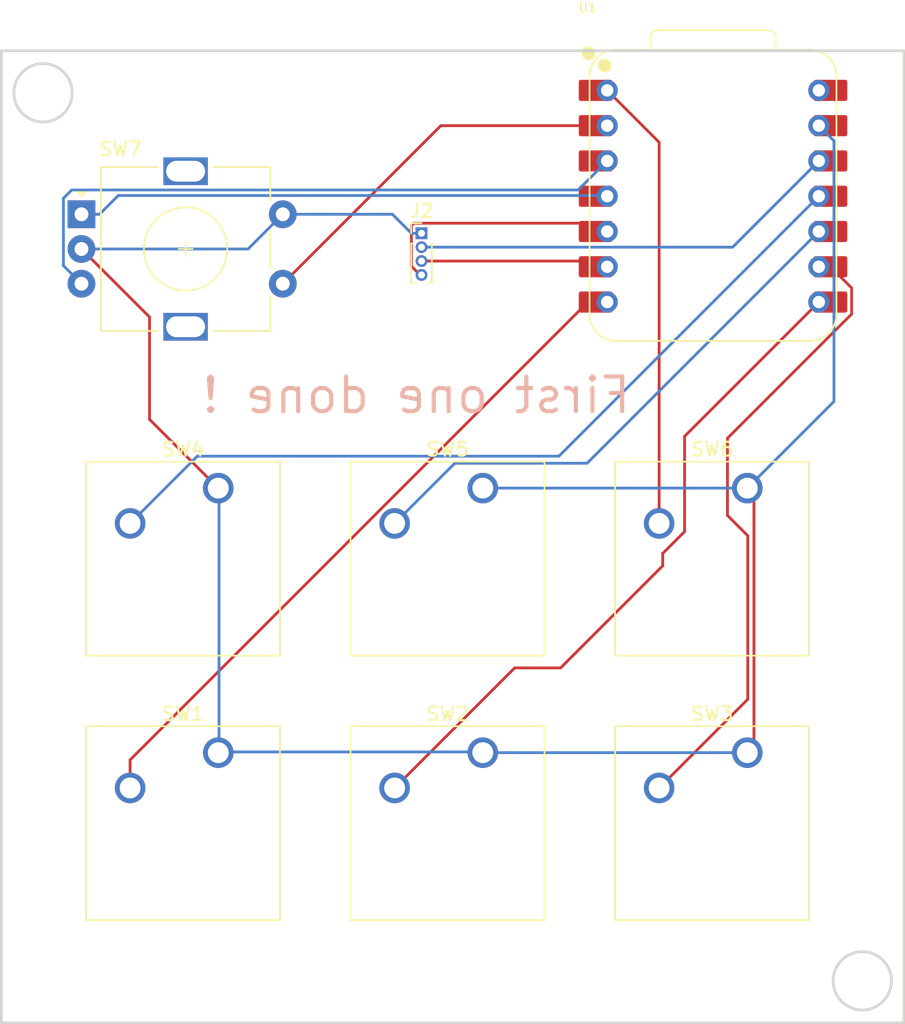
<source format=kicad_pcb>
(kicad_pcb (version 20241229) (generator "pcbnew") (generator_version "9.0")
  (layers (0 "F.Cu" signal) (2 "B.Cu" signal) (13 "F.Paste" user) (15 "B.Paste" user) (5 "F.SilkS" user "F.Silkscreen") (7 "B.SilkS" user "B.Silkscreen") (1 "F.Mask" user) (3 "B.Mask" user) (25 "Edge.Cuts" user))
  (net 0 "")
  (net 1 "VCC")
  (net 2 "GND")
  (net 3 "SCL")
  (net 4 "SDA")
  (net 5 "SW1")
  (net 6 "SW2")
  (net 7 "SW3")
  (net 8 "SW4")
  (net 9 "SW5")
  (net 10 "SW6")
  (net 11 "SWB")
  (net 12 "SWA")
  (net 13 "S1")
  (footprint "Button_Switch_Keyboard:SW_Cherry_MX_1.00u_PCB" (layer "F.Cu") (at 149.6695 109.22)
    (property "Reference" "SW5" (at -2.54 -2.794 0) (layer "F.SilkS"))
    (property "Value" "SW_Push")
    (fp_line (start -9.525 -1.905) (end 4.445 -1.905) (stroke (width 0.12)) (layer "F.SilkS"))
    (fp_line (start -9.525 12.065) (end -9.525 -1.905) (stroke (width 0.12)) (layer "F.SilkS"))
    (fp_line (start 4.445 -1.905) (end 4.445 12.065) (stroke (width 0.12)) (layer "F.SilkS"))
    (fp_line (start 4.445 12.065) (end -9.525 12.065) (stroke (width 0.12)) (layer "F.SilkS"))
    (pad "" np_thru_hole circle (at -7.62 5.08) (size 1.7 1.7) (drill 1.7) (layers "*.Cu" "*.Mask"))
    (pad "" np_thru_hole circle (at -2.54 5.08) (size 4 4) (drill 4) (layers "*.Cu" "*.Mask"))
    (pad "" np_thru_hole circle (at 2.54 5.08) (size 1.7 1.7) (drill 1.7) (layers "*.Cu" "*.Mask"))
    (pad "1" thru_hole circle (at 0 0) (size 2.2 2.2) (drill 1.5) (layers "*.Cu" "*.Mask") (net 2 "GND"))
    (pad "2" thru_hole circle (at -6.35 2.54) (size 2.2 2.2) (drill 1.5) (layers "*.Cu" "*.Mask") (net 9 "SW5"))
  )
  (footprint "Button_Switch_Keyboard:SW_Cherry_MX_1.00u_PCB" (layer "F.Cu") (at 168.7195 128.27)
    (property "Reference" "SW3" (at -2.54 -2.794 0) (layer "F.SilkS"))
    (property "Value" "SW_Push")
    (fp_line (start -9.525 -1.905) (end 4.445 -1.905) (stroke (width 0.12)) (layer "F.SilkS"))
    (fp_line (start -9.525 12.065) (end -9.525 -1.905) (stroke (width 0.12)) (layer "F.SilkS"))
    (fp_line (start 4.445 -1.905) (end 4.445 12.065) (stroke (width 0.12)) (layer "F.SilkS"))
    (fp_line (start 4.445 12.065) (end -9.525 12.065) (stroke (width 0.12)) (layer "F.SilkS"))
    (pad "" np_thru_hole circle (at -7.62 5.08) (size 1.7 1.7) (drill 1.7) (layers "*.Cu" "*.Mask"))
    (pad "" np_thru_hole circle (at -2.54 5.08) (size 4 4) (drill 4) (layers "*.Cu" "*.Mask"))
    (pad "" np_thru_hole circle (at 2.54 5.08) (size 1.7 1.7) (drill 1.7) (layers "*.Cu" "*.Mask"))
    (pad "1" thru_hole circle (at 0 0) (size 2.2 2.2) (drill 1.5) (layers "*.Cu" "*.Mask") (net 2 "GND"))
    (pad "2" thru_hole circle (at -6.35 2.54) (size 2.2 2.2) (drill 1.5) (layers "*.Cu" "*.Mask") (net 7 "SW3"))
  )
  (footprint "Connector_PinHeader_1.00mm:PinHeader_1x04_P1.00mm_Vertical" (layer "F.Cu") (at 145.2563 90.8687)
    (property "Reference" "J2" (at 0 -1.61 0) (layer "F.SilkS"))
    (property "Value" "Conn_01x04_Pin")
    (fp_line (start -0.745 -0.735) (end 0 -0.735) (stroke (width 0.12)) (layer "F.SilkS"))
    (fp_line (start -0.745 0) (end -0.745 -0.735) (stroke (width 0.12)) (layer "F.SilkS"))
    (fp_line (start -0.745 0.735) (end -0.745 3.61) (stroke (width 0.12)) (layer "F.SilkS"))
    (fp_line (start -0.745 0.735) (end -0.685565 0.735) (stroke (width 0.12)) (layer "F.SilkS"))
    (fp_line (start -0.745 3.61) (end -0.41003 3.61) (stroke (width 0.12)) (layer "F.SilkS"))
    (fp_line (start 0.41003 3.61) (end 0.745 3.61) (stroke (width 0.12)) (layer "F.SilkS"))
    (fp_line (start 0.685565 0.735) (end 0.745 0.735) (stroke (width 0.12)) (layer "F.SilkS"))
    (fp_line (start 0.745 0.735) (end 0.745 3.61) (stroke (width 0.12)) (layer "F.SilkS"))
    (pad "1" thru_hole rect (at 0 0) (size 0.85 0.85) (drill 0.5) (layers "*.Cu" "*.Mask") (net 2 "GND"))
    (pad "2" thru_hole circle (at 0 1) (size 0.85 0.85) (drill 0.5) (layers "*.Cu" "*.Mask") (net 1 "VCC"))
    (pad "3" thru_hole circle (at 0 2) (size 0.85 0.85) (drill 0.5) (layers "*.Cu" "*.Mask") (net 3 "SCL"))
    (pad "4" thru_hole circle (at 0 3) (size 0.85 0.85) (drill 0.5) (layers "*.Cu" "*.Mask") (net 4 "SDA"))
  )
  (footprint "Button_Switch_Keyboard:SW_Cherry_MX_1.00u_PCB" (layer "F.Cu") (at 130.6195 128.27)
    (property "Reference" "SW1" (at -2.54 -2.794 0) (layer "F.SilkS"))
    (property "Value" "SW_Push")
    (fp_line (start -9.525 -1.905) (end 4.445 -1.905) (stroke (width 0.12)) (layer "F.SilkS"))
    (fp_line (start -9.525 12.065) (end -9.525 -1.905) (stroke (width 0.12)) (layer "F.SilkS"))
    (fp_line (start 4.445 -1.905) (end 4.445 12.065) (stroke (width 0.12)) (layer "F.SilkS"))
    (fp_line (start 4.445 12.065) (end -9.525 12.065) (stroke (width 0.12)) (layer "F.SilkS"))
    (pad "" np_thru_hole circle (at -7.62 5.08) (size 1.7 1.7) (drill 1.7) (layers "*.Cu" "*.Mask"))
    (pad "" np_thru_hole circle (at -2.54 5.08) (size 4 4) (drill 4) (layers "*.Cu" "*.Mask"))
    (pad "" np_thru_hole circle (at 2.54 5.08) (size 1.7 1.7) (drill 1.7) (layers "*.Cu" "*.Mask"))
    (pad "1" thru_hole circle (at 0 0) (size 2.2 2.2) (drill 1.5) (layers "*.Cu" "*.Mask") (net 2 "GND"))
    (pad "2" thru_hole circle (at -6.35 2.54) (size 2.2 2.2) (drill 1.5) (layers "*.Cu" "*.Mask") (net 5 "SW1"))
  )
  (footprint "Button_Switch_Keyboard:SW_Cherry_MX_1.00u_PCB" (layer "F.Cu") (at 168.7195 109.22)
    (property "Reference" "SW6" (at -2.54 -2.794 0) (layer "F.SilkS"))
    (property "Value" "SW_Push")
    (fp_line (start -9.525 -1.905) (end 4.445 -1.905) (stroke (width 0.12)) (layer "F.SilkS"))
    (fp_line (start -9.525 12.065) (end -9.525 -1.905) (stroke (width 0.12)) (layer "F.SilkS"))
    (fp_line (start 4.445 -1.905) (end 4.445 12.065) (stroke (width 0.12)) (layer "F.SilkS"))
    (fp_line (start 4.445 12.065) (end -9.525 12.065) (stroke (width 0.12)) (layer "F.SilkS"))
    (pad "" np_thru_hole circle (at -7.62 5.08) (size 1.7 1.7) (drill 1.7) (layers "*.Cu" "*.Mask"))
    (pad "" np_thru_hole circle (at -2.54 5.08) (size 4 4) (drill 4) (layers "*.Cu" "*.Mask"))
    (pad "" np_thru_hole circle (at 2.54 5.08) (size 1.7 1.7) (drill 1.7) (layers "*.Cu" "*.Mask"))
    (pad "1" thru_hole circle (at 0 0) (size 2.2 2.2) (drill 1.5) (layers "*.Cu" "*.Mask") (net 2 "GND"))
    (pad "2" thru_hole circle (at -6.35 2.54) (size 2.2 2.2) (drill 1.5) (layers "*.Cu" "*.Mask") (net 10 "SW6"))
  )
  (footprint "OPL:XIAO-RP2040-DIP" (layer "F.Cu") (at 166.25 88.2)
    (property "Reference" "U1" (at -9.04 -13.58 0) (layer "F.SilkS") (effects (font (size 0.635 0.635) (thickness 0.1016))))
    (property "Value" "XIAO-RP2040-DIP")
    (fp_line (start -8.89 8.509) (end -8.89 -8.636) (stroke (width 0.127)) (layer "F.SilkS"))
    (fp_line (start -6.985 10.414) (end 6.985 10.414) (stroke (width 0.127)) (layer "F.SilkS"))
    (fp_line (start -4.495 -10.541) (end -4.491272 -11.451272) (stroke (width 0.127)) (layer "F.SilkS"))
    (fp_line (start -3.991272 -11.951) (end 4.004 -11.951) (stroke (width 0.127)) (layer "F.SilkS"))
    (fp_line (start 4.504 -11.451) (end 4.504 -10.541) (stroke (width 0.127)) (layer "F.SilkS"))
    (fp_line (start 6.985 -10.541) (end -6.985 -10.541) (stroke (width 0.1)) (layer "F.SilkS"))
    (fp_line (start 6.985 -10.541) (end -6.985 -10.541) (stroke (width 0.127)) (layer "F.SilkS"))
    (fp_line (start 8.89 8.509) (end 8.89 -8.636) (stroke (width 0.127)) (layer "F.SilkS"))
    (fp_arc (start -8.89 -8.636) (mid -8.332038 -9.983038) (end -6.985 -10.541) (stroke (width 0.127)) (layer "F.SilkS"))
    (fp_arc (start -6.985 10.414) (mid -8.332038 9.856038) (end -8.89 8.509) (stroke (width 0.127)) (layer "F.SilkS"))
    (fp_arc (start -4.491272 -11.451272) (mid -4.344728 -11.80464) (end -3.991272 -11.951) (stroke (width 0.127)) (layer "F.SilkS"))
    (fp_arc (start 4.004 -11.951) (mid 4.357553 -11.804553) (end 4.504 -11.451) (stroke (width 0.127)) (layer "F.SilkS"))
    (fp_arc (start 6.985 -10.541) (mid 8.332038 -9.983038) (end 8.89 -8.636) (stroke (width 0.127)) (layer "F.SilkS"))
    (fp_arc (start 8.89 8.509) (mid 8.332038 9.856038) (end 6.985 10.414) (stroke (width 0.127)) (layer "F.SilkS"))
    (fp_circle (center -8.95 -10.3) (end -8.95 -10.554) (stroke (width 0.5)) (fill yes) (layer "F.SilkS"))
    (fp_circle (center -7.807 -9.42) (end -7.807 -9.674) (stroke (width 0.5)) (fill yes) (layer "F.SilkS"))
    (pad "1" smd roundrect (at -8.455 -7.62 180) (size 2.432 1.524) (layers "F.Cu" "F.Mask") (roundrect_rratio 0.1) (net 10 "SW6"))
    (pad "1" thru_hole circle (at -7.62 -7.62 180) (size 1.524 1.524) (drill 0.889) (layers "*.Cu" "*.Mask") (net 10 "SW6"))
    (pad "2" smd roundrect (at -8.455 -5.08 180) (size 2.432 1.524) (layers "F.Cu" "F.Mask") (roundrect_rratio 0.1) (net 13 "S1"))
    (pad "2" thru_hole circle (at -7.62 -5.08 180) (size 1.524 1.524) (drill 0.889) (layers "*.Cu" "*.Mask") (net 13 "S1"))
    (pad "3" smd roundrect (at -8.455 -2.54 180) (size 2.432 1.524) (layers "F.Cu" "F.Mask") (roundrect_rratio 0.1) (net 11 "SWB"))
    (pad "3" thru_hole circle (at -7.62 -2.54 180) (size 1.524 1.524) (drill 0.889) (layers "*.Cu" "*.Mask") (net 11 "SWB"))
    (pad "4" smd roundrect (at -8.455 0 180) (size 2.432 1.524) (layers "F.Cu" "F.Mask") (roundrect_rratio 0.1) (net 12 "SWA"))
    (pad "4" thru_hole circle (at -7.62 0 180) (size 1.524 1.524) (drill 0.889) (layers "*.Cu" "*.Mask") (net 12 "SWA"))
    (pad "5" smd roundrect (at -8.455 2.54 180) (size 2.432 1.524) (layers "F.Cu" "F.Mask") (roundrect_rratio 0.1) (net 4 "SDA"))
    (pad "5" thru_hole circle (at -7.62 2.54 180) (size 1.524 1.524) (drill 0.889) (layers "*.Cu" "*.Mask") (net 4 "SDA"))
    (pad "6" smd roundrect (at -8.455 5.08 180) (size 2.432 1.524) (layers "F.Cu" "F.Mask") (roundrect_rratio 0.1) (net 3 "SCL"))
    (pad "6" thru_hole circle (at -7.62 5.08 180) (size 1.524 1.524) (drill 0.889) (layers "*.Cu" "*.Mask") (net 3 "SCL"))
    (pad "7" smd roundrect (at -8.455 7.62 180) (size 2.432 1.524) (layers "F.Cu" "F.Mask") (roundrect_rratio 0.1) (net 5 "SW1"))
    (pad "7" thru_hole circle (at -7.62 7.62 180) (size 1.524 1.524) (drill 0.889) (layers "*.Cu" "*.Mask") (net 5 "SW1"))
    (pad "8" thru_hole circle (at 7.62 7.62) (size 1.524 1.524) (drill 0.889) (layers "*.Cu" "*.Mask") (net 6 "SW2"))
    (pad "8" smd roundrect (at 8.455 7.62) (size 2.432 1.524) (layers "F.Cu" "F.Mask") (roundrect_rratio 0.1) (net 6 "SW2"))
    (pad "9" thru_hole circle (at 7.62 5.08) (size 1.524 1.524) (drill 0.889) (layers "*.Cu" "*.Mask") (net 7 "SW3"))
    (pad "9" smd roundrect (at 8.455 5.08) (size 2.432 1.524) (layers "F.Cu" "F.Mask") (roundrect_rratio 0.1) (net 7 "SW3"))
    (pad "10" thru_hole circle (at 7.62 2.54) (size 1.524 1.524) (drill 0.889) (layers "*.Cu" "*.Mask") (net 9 "SW5"))
    (pad "10" smd roundrect (at 8.455 2.54) (size 2.432 1.524) (layers "F.Cu" "F.Mask") (roundrect_rratio 0.1) (net 9 "SW5"))
    (pad "11" thru_hole circle (at 7.62 0) (size 1.524 1.524) (drill 0.889) (layers "*.Cu" "*.Mask") (net 8 "SW4"))
    (pad "11" smd roundrect (at 8.455 0) (size 2.432 1.524) (layers "F.Cu" "F.Mask") (roundrect_rratio 0.1) (net 8 "SW4"))
    (pad "12" thru_hole circle (at 7.62 -2.54) (size 1.524 1.524) (drill 0.889) (layers "*.Cu" "*.Mask") (net 1 "VCC"))
    (pad "12" smd roundrect (at 8.455 -2.54) (size 2.432 1.524) (layers "F.Cu" "F.Mask") (roundrect_rratio 0.1) (net 1 "VCC"))
    (pad "13" thru_hole circle (at 7.62 -5.08) (size 1.524 1.524) (drill 0.889) (layers "*.Cu" "*.Mask") (net 2 "GND"))
    (pad "13" smd roundrect (at 8.455 -5.08) (size 2.432 1.524) (layers "F.Cu" "F.Mask") (roundrect_rratio 0.1) (net 2 "GND"))
    (pad "14" thru_hole circle (at 7.62 -7.62) (size 1.524 1.524) (drill 0.889) (layers "*.Cu" "*.Mask"))
    (pad "14" smd roundrect (at 8.455 -7.62) (size 2.432 1.524) (layers "F.Cu" "F.Mask") (roundrect_rratio 0.1))
  )
  (footprint "Button_Switch_Keyboard:SW_Cherry_MX_1.00u_PCB" (layer "F.Cu") (at 149.6695 128.27)
    (property "Reference" "SW2" (at -2.54 -2.794 0) (layer "F.SilkS"))
    (property "Value" "SW_Push")
    (fp_line (start -9.525 -1.905) (end 4.445 -1.905) (stroke (width 0.12)) (layer "F.SilkS"))
    (fp_line (start -9.525 12.065) (end -9.525 -1.905) (stroke (width 0.12)) (layer "F.SilkS"))
    (fp_line (start 4.445 -1.905) (end 4.445 12.065) (stroke (width 0.12)) (layer "F.SilkS"))
    (fp_line (start 4.445 12.065) (end -9.525 12.065) (stroke (width 0.12)) (layer "F.SilkS"))
    (pad "" np_thru_hole circle (at -7.62 5.08) (size 1.7 1.7) (drill 1.7) (layers "*.Cu" "*.Mask"))
    (pad "" np_thru_hole circle (at -2.54 5.08) (size 4 4) (drill 4) (layers "*.Cu" "*.Mask"))
    (pad "" np_thru_hole circle (at 2.54 5.08) (size 1.7 1.7) (drill 1.7) (layers "*.Cu" "*.Mask"))
    (pad "1" thru_hole circle (at 0 0) (size 2.2 2.2) (drill 1.5) (layers "*.Cu" "*.Mask") (net 2 "GND"))
    (pad "2" thru_hole circle (at -6.35 2.54) (size 2.2 2.2) (drill 1.5) (layers "*.Cu" "*.Mask") (net 6 "SW2"))
  )
  (footprint "Button_Switch_Keyboard:SW_Cherry_MX_1.00u_PCB" (layer "F.Cu") (at 130.6195 109.22)
    (property "Reference" "SW4" (at -2.54 -2.794 0) (layer "F.SilkS"))
    (property "Value" "SW_Push")
    (fp_line (start -9.525 -1.905) (end 4.445 -1.905) (stroke (width 0.12)) (layer "F.SilkS"))
    (fp_line (start -9.525 12.065) (end -9.525 -1.905) (stroke (width 0.12)) (layer "F.SilkS"))
    (fp_line (start 4.445 -1.905) (end 4.445 12.065) (stroke (width 0.12)) (layer "F.SilkS"))
    (fp_line (start 4.445 12.065) (end -9.525 12.065) (stroke (width 0.12)) (layer "F.SilkS"))
    (pad "" np_thru_hole circle (at -7.62 5.08) (size 1.7 1.7) (drill 1.7) (layers "*.Cu" "*.Mask"))
    (pad "" np_thru_hole circle (at -2.54 5.08) (size 4 4) (drill 4) (layers "*.Cu" "*.Mask"))
    (pad "" np_thru_hole circle (at 2.54 5.08) (size 1.7 1.7) (drill 1.7) (layers "*.Cu" "*.Mask"))
    (pad "1" thru_hole circle (at 0 0) (size 2.2 2.2) (drill 1.5) (layers "*.Cu" "*.Mask") (net 2 "GND"))
    (pad "2" thru_hole circle (at -6.35 2.54) (size 2.2 2.2) (drill 1.5) (layers "*.Cu" "*.Mask") (net 8 "SW4"))
  )
  (footprint "ENCODER:RotaryEncoder_Alps_EC11E-Switch_Vertical_H20mm" (layer "F.Cu") (at 120.766 89.5)
    (property "Reference" "SW7" (at 2.8 -4.7 0) (layer "F.SilkS"))
    (property "Value" "RotaryEncoder_Switch")
    (fp_line (start -0.3 -1.6) (end 0.3 -1.6) (stroke (width 0.12)) (layer "F.SilkS"))
    (fp_line (start 0 -1.3) (end -0.3 -1.6) (stroke (width 0.12)) (layer "F.SilkS"))
    (fp_line (start 0.3 -1.6) (end 0 -1.3) (stroke (width 0.12)) (layer "F.SilkS"))
    (fp_line (start 1.4 -3.4) (end 1.4 8.4) (stroke (width 0.12)) (layer "F.SilkS"))
    (fp_line (start 5.5 -3.4) (end 1.4 -3.4) (stroke (width 0.12)) (layer "F.SilkS"))
    (fp_line (start 5.5 8.4) (end 1.4 8.4) (stroke (width 0.12)) (layer "F.SilkS"))
    (fp_line (start 7 2.5) (end 8 2.5) (stroke (width 0.12)) (layer "F.SilkS"))
    (fp_line (start 7.5 2) (end 7.5 3) (stroke (width 0.12)) (layer "F.SilkS"))
    (fp_line (start 9.5 -3.4) (end 13.6 -3.4) (stroke (width 0.12)) (layer "F.SilkS"))
    (fp_line (start 13.6 -3.4) (end 13.6 -1) (stroke (width 0.12)) (layer "F.SilkS"))
    (fp_line (start 13.6 1.2) (end 13.6 3.8) (stroke (width 0.12)) (layer "F.SilkS"))
    (fp_line (start 13.6 6) (end 13.6 8.4) (stroke (width 0.12)) (layer "F.SilkS"))
    (fp_line (start 13.6 8.4) (end 9.5 8.4) (stroke (width 0.12)) (layer "F.SilkS"))
    (fp_circle (center 7.5 2.5) (end 10.5 2.5) (stroke (width 0.12)) (fill no) (layer "F.SilkS"))
    (pad "A" thru_hole rect (at 0 0) (size 2 2) (drill 1) (layers "*.Cu" "*.Mask") (net 12 "SWA"))
    (pad "B" thru_hole circle (at 0 5) (size 2 2) (drill 1) (layers "*.Cu" "*.Mask") (net 11 "SWB"))
    (pad "C" thru_hole circle (at 0 2.5) (size 2 2) (drill 1) (layers "*.Cu" "*.Mask") (net 2 "GND"))
    (pad "MP" thru_hole rect (at 7.5 -3.1) (size 3.2 2) (drill oval 2.8 1.5) (layers "*.Cu" "*.Mask"))
    (pad "MP" thru_hole rect (at 7.5 8.1) (size 3.2 2) (drill oval 2.8 1.5) (layers "*.Cu" "*.Mask"))
    (pad "S1" thru_hole circle (at 14.5 5) (size 2 2) (drill 1) (layers "*.Cu" "*.Mask") (net 13 "S1"))
    (pad "S2" thru_hole circle (at 14.5 0) (size 2 2) (drill 1) (layers "*.Cu" "*.Mask") (net 2 "GND"))
  )
  (gr_circle (center 118 80.75) (end 120.1 80.75) (stroke (width 0.2)) (fill no) (layer "Edge.Cuts"))
  (gr_circle (center 177 144.7) (end 179.1 144.7) (stroke (width 0.2)) (fill no) (layer "Edge.Cuts"))
  (gr_rect (start 115 77.724) (end 180 147.724) (stroke (width 0.2)) (fill no) (layer "Edge.Cuts"))
  (gr_text "First one done !" (at 160.5 104 0) (layer "B.SilkS") (effects (font (size 2.5 2.5) (thickness 0.3) (bold yes)) (justify left bottom mirror)))
  (segment (start 174.705 85.66) (end 173.87 85.66) (width 0.2) (layer "F.Cu") (net 1))
  (segment (start 173.87 85.66) (end 167.6613 91.8687) (width 0.2) (layer "B.Cu") (net 1))
  (segment (start 167.6613 91.8687) (end 145.2563 91.8687) (width 0.2) (layer "B.Cu") (net 1))
  (segment (start 169.1975 127.792) (end 169.1975 109.698) (width 0.2) (layer "F.Cu") (net 2))
  (segment (start 120.766 92) (end 125.6697 96.9037) (width 0.2) (layer "F.Cu") (net 2))
  (segment (start 168.7195 128.27) (end 169.1975 127.792) (width 0.2) (layer "F.Cu") (net 2))
  (segment (start 125.6697 104.2702) (end 130.6195 109.22) (width 0.2) (layer "F.Cu") (net 2))
  (segment (start 173.87 83.12) (end 174.705 83.12) (width 0.2) (layer "F.Cu") (net 2))
  (segment (start 125.6697 96.9037) (end 125.6697 104.2702) (width 0.2) (layer "F.Cu") (net 2))
  (segment (start 169.1975 109.698) (end 168.7195 109.22) (width 0.2) (layer "F.Cu") (net 2))
  (segment (start 149.6695 128.27) (end 168.7195 128.27) (width 0.2) (layer "B.Cu") (net 2))
  (segment (start 149.6147 128.2152) (end 149.6695 128.27) (width 0.2) (layer "B.Cu") (net 2))
  (segment (start 130.6195 109.22) (end 130.6743 109.2748) (width 0.2) (layer "B.Cu") (net 2))
  (segment (start 168.7195 109.22) (end 149.6695 109.22) (width 0.2) (layer "B.Cu") (net 2))
  (segment (start 120.766 92) (end 132.766 92) (width 0.2) (layer "B.Cu") (net 2))
  (segment (start 132.766 92) (end 135.266 89.5) (width 0.2) (layer "B.Cu") (net 2))
  (segment (start 135.266 89.5) (end 143.1625 89.5) (width 0.2) (layer "B.Cu") (net 2))
  (segment (start 174.9603 102.9792) (end 168.7195 109.22) (width 0.2) (layer "B.Cu") (net 2))
  (segment (start 174.9603 84.2103) (end 174.9603 102.9792) (width 0.2) (layer "B.Cu") (net 2))
  (segment (start 130.6743 109.2748) (end 130.6743 128.2152) (width 0.2) (layer "B.Cu") (net 2))
  (segment (start 143.1625 89.5) (end 144.5312 90.8687) (width 0.2) (layer "B.Cu") (net 2))
  (segment (start 145.2563 90.8687) (end 144.5312 90.8687) (width 0.2) (layer "B.Cu") (net 2))
  (segment (start 173.87 83.12) (end 174.9603 84.2103) (width 0.2) (layer "B.Cu") (net 2))
  (segment (start 130.6743 128.2152) (end 149.6147 128.2152) (width 0.2) (layer "B.Cu") (net 2))
  (segment (start 130.6743 128.2152) (end 130.6195 128.27) (width 0.2) (layer "B.Cu") (net 2))
  (segment (start 157.3837 92.8687) (end 145.2563 92.8687) (width 0.2) (layer "F.Cu") (net 3))
  (segment (start 158.63 93.28) (end 157.795 93.28) (width 0.2) (layer "F.Cu") (net 3))
  (segment (start 157.795 93.28) (end 157.3837 92.8687) (width 0.2) (layer "F.Cu") (net 3))
  (segment (start 144.5266 93.2413) (end 145.154 93.8687) (width 0.2) (layer "F.Cu") (net 4))
  (segment (start 144.5266 90.3121) (end 144.5266 93.2413) (width 0.2) (layer "F.Cu") (net 4))
  (segment (start 157.795 90.74) (end 157.1985 90.1435) (width 0.2) (layer "F.Cu") (net 4))
  (segment (start 144.6952 90.1435) (end 144.5266 90.3121) (width 0.2) (layer "F.Cu") (net 4))
  (segment (start 145.154 93.8687) (end 145.2563 93.8687) (width 0.2) (layer "F.Cu") (net 4))
  (segment (start 157.1985 90.1435) (end 144.6952 90.1435) (width 0.2) (layer "F.Cu") (net 4))
  (segment (start 158.63 90.74) (end 157.795 90.74) (width 0.2) (layer "F.Cu") (net 4))
  (segment (start 124.2695 128.788) (end 124.2695 130.81) (width 0.2) (layer "F.Cu") (net 5))
  (segment (start 157.2375 95.82) (end 124.2695 128.788) (width 0.2) (layer "F.Cu") (net 5))
  (segment (start 157.795 95.82) (end 157.2375 95.82) (width 0.2) (layer "F.Cu") (net 5))
  (segment (start 158.63 95.82) (end 157.795 95.82) (width 0.2) (layer "F.Cu") (net 5))
  (segment (start 162.6264 113.9277) (end 162.6264 114.8121) (width 0.2) (layer "F.Cu") (net 6))
  (segment (start 173.87 95.82) (end 164.2026 105.4874) (width 0.2) (layer "F.Cu") (net 6))
  (segment (start 162.6264 114.8121) (end 155.2729 122.1656) (width 0.2) (layer "F.Cu") (net 6))
  (segment (start 151.9639 122.1656) (end 143.3195 130.81) (width 0.2) (layer "F.Cu") (net 6))
  (segment (start 164.2026 112.3515) (end 162.6264 113.9277) (width 0.2) (layer "F.Cu") (net 6))
  (segment (start 174.705 95.82) (end 173.87 95.82) (width 0.2) (layer "F.Cu") (net 6))
  (segment (start 155.2729 122.1656) (end 151.9639 122.1656) (width 0.2) (layer "F.Cu") (net 6))
  (segment (start 164.2026 105.4874) (end 164.2026 112.3515) (width 0.2) (layer "F.Cu") (net 6))
  (segment (start 176.2333 94.8083) (end 176.2333 96.6827) (width 0.2) (layer "F.Cu") (net 7))
  (segment (start 167.2903 111.1868) (end 168.7532 112.6497) (width 0.2) (layer "F.Cu") (net 7))
  (segment (start 173.87 93.28) (end 174.705 93.28) (width 0.2) (layer "F.Cu") (net 7))
  (segment (start 168.7532 124.4263) (end 162.3695 130.81) (width 0.2) (layer "F.Cu") (net 7))
  (segment (start 174.705 93.28) (end 176.2333 94.8083) (width 0.2) (layer "F.Cu") (net 7))
  (segment (start 168.7532 112.6497) (end 168.7532 124.4263) (width 0.2) (layer "F.Cu") (net 7))
  (segment (start 176.2333 96.6827) (end 167.2903 105.6257) (width 0.2) (layer "F.Cu") (net 7))
  (segment (start 167.2903 105.6257) (end 167.2903 111.1868) (width 0.2) (layer "F.Cu") (net 7))
  (segment (start 174.705 88.2) (end 173.87 88.2) (width 0.2) (layer "F.Cu") (net 8))
  (segment (start 155.151 106.919) (end 129.1105 106.919) (width 0.2) (layer "B.Cu") (net 8))
  (segment (start 173.87 88.2) (end 155.151 106.919) (width 0.2) (layer "B.Cu") (net 8))
  (segment (start 129.1105 106.919) (end 124.2695 111.76) (width 0.2) (layer "B.Cu") (net 8))
  (segment (start 174.705 90.74) (end 173.87 90.74) (width 0.2) (layer "F.Cu") (net 9))
  (segment (start 147.6516 107.4279) (end 143.3195 111.76) (width 0.2) (layer "B.Cu") (net 9))
  (segment (start 157.1821 107.4279) (end 147.6516 107.4279) (width 0.2) (layer "B.Cu") (net 9))
  (segment (start 173.87 90.74) (end 157.1821 107.4279) (width 0.2) (layer "B.Cu") (net 9))
  (segment (start 158.63 80.58) (end 162.3695 84.3195) (width 0.2) (layer "F.Cu") (net 10))
  (segment (start 158.63 80.58) (end 157.795 80.58) (width 0.2) (layer "F.Cu") (net 10))
  (segment (start 162.3695 84.3195) (end 162.3695 111.76) (width 0.2) (layer "F.Cu") (net 10))
  (segment (start 158.63 85.66) (end 157.795 85.66) (width 0.2) (layer "F.Cu") (net 11))
  (segment (start 156.5397 87.7503) (end 158.63 85.66) (width 0.2) (layer "B.Cu") (net 11))
  (segment (start 119.4658 93.1998) (end 119.4658 88.3498) (width 0.2) (layer "B.Cu") (net 11))
  (segment (start 119.4658 88.3498) (end 120.0653 87.7503) (width 0.2) (layer "B.Cu") (net 11))
  (segment (start 120.0653 87.7503) (end 156.5397 87.7503) (width 0.2) (layer "B.Cu") (net 11))
  (segment (start 120.766 94.5) (end 119.4658 93.1998) (width 0.2) (layer "B.Cu") (net 11))
  (segment (start 158.63 88.2) (end 157.795 88.2) (width 0.2) (layer "F.Cu") (net 12))
  (segment (start 120.766 89.5) (end 122.0661 89.5) (width 0.2) (layer "B.Cu") (net 12))
  (segment (start 122.0661 89.5) (end 123.4156 88.1505) (width 0.2) (layer "B.Cu") (net 12))
  (segment (start 158.5805 88.1505) (end 158.63 88.2) (width 0.2) (layer "B.Cu") (net 12))
  (segment (start 123.4156 88.1505) (end 158.5805 88.1505) (width 0.2) (layer "B.Cu") (net 12))
  (segment (start 158.63 83.12) (end 157.795 83.12) (width 0.2) (layer "F.Cu") (net 13))
  (segment (start 146.646 83.12) (end 157.795 83.12) (width 0.2) (layer "F.Cu") (net 13))
  (segment (start 135.266 94.5) (end 146.646 83.12) (width 0.2) (layer "F.Cu") (net 13))
)
</source>
